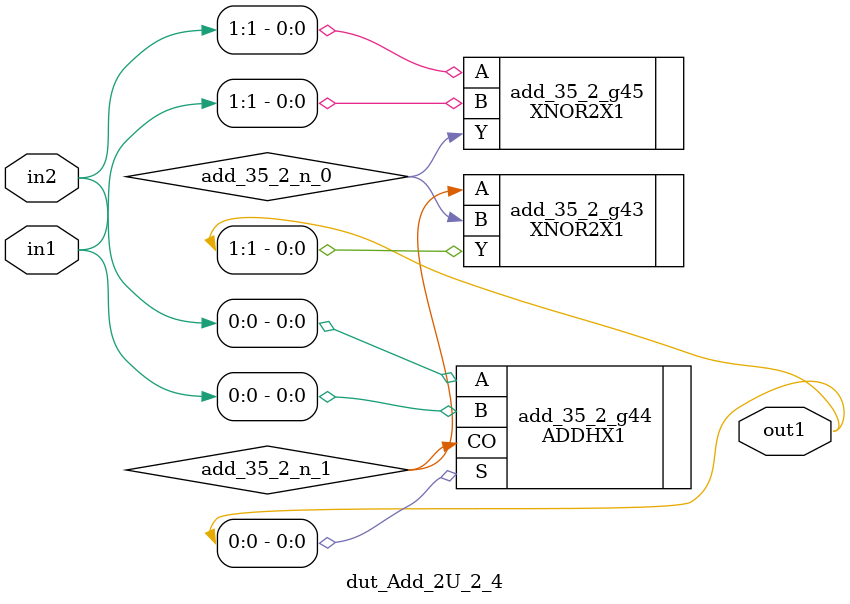
<source format=v>
`timescale 1ps / 1ps


module dut_Add_2U_2_4(in2, in1, out1);
  input [1:0] in2, in1;
  output [1:0] out1;
  wire [1:0] in2, in1;
  wire [1:0] out1;
  wire add_35_2_n_0, add_35_2_n_1;
  XNOR2X1 add_35_2_g43(.A (add_35_2_n_1), .B (add_35_2_n_0), .Y
       (out1[1]));
  ADDHX1 add_35_2_g44(.A (in2[0]), .B (in1[0]), .CO (add_35_2_n_1), .S
       (out1[0]));
  XNOR2X1 add_35_2_g45(.A (in2[1]), .B (in1[1]), .Y (add_35_2_n_0));
endmodule



</source>
